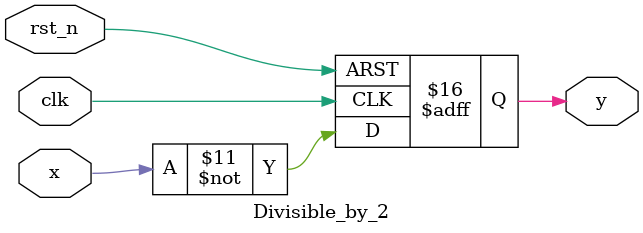
<source format=sv>
module Divisible_by_2(input x, rst_n, clk,
                      output reg y);

    reg pres_state, next_state;

    localparam S0 = 1'b0;
    localparam S1 = 1'b1;

    // Present State Block
    always @(posedge clk, negedge rst_n)
        if (~rst_n)
            pres_state <= S0;
        else
            pres_state <= next_state;

    // Next State Block
    always @(x, pres_state) begin
        case(pres_state)
            S0: next_state = x ? S1 : S0;
            S1: next_state = x ? S1 : S0;
            default: next_state = S0;
        endcase
    end

    // Output Block
    always @(posedge clk, negedge rst_n)
        if (~rst_n)
            y <= S0;
        else
            y <= (pres_state == S0 | pres_state == S1) & ~x;

endmodule

</source>
